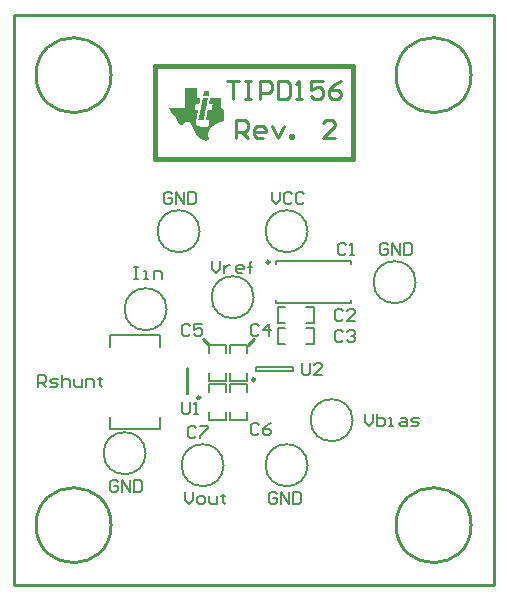
<source format=gto>
%FSLAX25Y25*%
%MOIN*%
G70*
G01*
G75*
G04 Layer_Color=65535*
%ADD10R,0.04134X0.01575*%
%ADD11R,0.03937X0.03740*%
%ADD12R,0.03740X0.03937*%
%ADD13O,0.02756X0.05118*%
%ADD14R,0.02756X0.05118*%
%ADD15R,0.10039X0.09055*%
%ADD16R,0.04488X0.05512*%
%ADD17R,0.07874X0.06496*%
%ADD18C,0.02000*%
%ADD19C,0.01500*%
%ADD20C,0.01000*%
%ADD21C,0.06000*%
%ADD22C,0.08700*%
%ADD23C,0.12500*%
%ADD24C,0.05000*%
%ADD25C,0.00799*%
%ADD26C,0.00984*%
%ADD27C,0.00787*%
%ADD28C,0.00700*%
%ADD29C,0.00800*%
G36*
X61194Y162470D02*
X62357D01*
Y162398D01*
X62285D01*
Y162034D01*
X62212D01*
Y161671D01*
X62139D01*
Y161307D01*
X62066D01*
Y160944D01*
X61994D01*
Y160580D01*
X61921D01*
Y160289D01*
X60685D01*
Y160071D01*
X60612D01*
Y159708D01*
X60540D01*
Y159344D01*
X60467D01*
Y158981D01*
X60394D01*
Y158617D01*
X60322D01*
Y158254D01*
X61485D01*
Y157963D01*
X61412D01*
Y157599D01*
X61339D01*
Y157236D01*
X61267D01*
Y156872D01*
X61194D01*
Y156509D01*
X61121D01*
Y156145D01*
X61049D01*
Y155782D01*
X60976D01*
Y155418D01*
X60903D01*
Y155055D01*
X60831D01*
Y154691D01*
X60758D01*
Y154328D01*
X60685D01*
Y153746D01*
X60758D01*
Y153528D01*
X60831D01*
Y153383D01*
X60903D01*
Y153310D01*
X60976D01*
Y153237D01*
X61049D01*
Y153165D01*
X61194D01*
Y153092D01*
X61339D01*
Y153019D01*
X61630D01*
Y152947D01*
X62066D01*
Y152874D01*
X64902D01*
Y153092D01*
X64974D01*
Y153455D01*
X65047D01*
Y153819D01*
X65120D01*
Y154183D01*
X65193D01*
Y154546D01*
X65265D01*
Y154910D01*
X65338D01*
Y155055D01*
X64393D01*
Y155128D01*
X64248D01*
Y155200D01*
X64175D01*
Y155855D01*
X64248D01*
Y156145D01*
X64320D01*
Y156509D01*
X64393D01*
Y156872D01*
X64465D01*
Y157236D01*
X64538D01*
Y157599D01*
X64611D01*
Y157963D01*
X64684D01*
Y158254D01*
X65992D01*
Y158617D01*
X66065D01*
Y158981D01*
X66138D01*
Y159344D01*
X66210D01*
Y159708D01*
X66283D01*
Y160071D01*
X66356D01*
Y160289D01*
X65120D01*
Y160507D01*
X65193D01*
Y160871D01*
X65265D01*
Y161234D01*
X65338D01*
Y161598D01*
X65411D01*
Y161961D01*
X65483D01*
Y162325D01*
X65556D01*
Y162470D01*
X69046D01*
Y159999D01*
X69118D01*
Y159635D01*
X69191D01*
Y159344D01*
X69264D01*
Y159199D01*
X69336D01*
Y159053D01*
X69409D01*
Y158908D01*
X69482D01*
Y158835D01*
X69555D01*
Y158690D01*
X69627D01*
Y158617D01*
X69700D01*
Y158545D01*
X69773D01*
Y158472D01*
X69845D01*
Y158399D01*
X69991D01*
Y158326D01*
X70064D01*
Y154764D01*
X69918D01*
Y154691D01*
X69700D01*
Y154619D01*
X69409D01*
Y154546D01*
X69191D01*
Y154473D01*
X68973D01*
Y154401D01*
X68755D01*
Y154328D01*
X68609D01*
Y154255D01*
X68391D01*
Y154183D01*
X68246D01*
Y154110D01*
X68101D01*
Y154037D01*
X67955D01*
Y153964D01*
X67810D01*
Y153892D01*
X67664D01*
Y153819D01*
X67519D01*
Y153746D01*
X67374D01*
Y153674D01*
X67301D01*
Y153601D01*
X67155D01*
Y153528D01*
X67010D01*
Y153455D01*
X66937D01*
Y153383D01*
X66865D01*
Y153310D01*
X66719D01*
Y153237D01*
X66647D01*
Y153165D01*
X66574D01*
Y153092D01*
X66428D01*
Y153019D01*
X66356D01*
Y152947D01*
X66283D01*
Y152874D01*
X66210D01*
Y152801D01*
X66138D01*
Y152728D01*
X66065D01*
Y152656D01*
X65992D01*
Y152583D01*
X65920D01*
Y152510D01*
X65847D01*
Y152438D01*
X65774D01*
Y152365D01*
X65701D01*
Y152292D01*
X65629D01*
Y152147D01*
X65556D01*
Y152074D01*
X65483D01*
Y152002D01*
X65411D01*
Y151856D01*
X65338D01*
Y151783D01*
X65265D01*
Y151638D01*
X65193D01*
Y151493D01*
X65120D01*
Y151347D01*
X65047D01*
Y151202D01*
X64974D01*
Y150984D01*
X64902D01*
Y150693D01*
X64829D01*
Y149602D01*
X64902D01*
Y149239D01*
X64974D01*
Y148948D01*
X65047D01*
Y148730D01*
X65120D01*
Y148585D01*
X65193D01*
Y148439D01*
X65047D01*
Y148366D01*
X64829D01*
Y148294D01*
X64465D01*
Y148221D01*
X63666D01*
Y148294D01*
X63302D01*
Y148366D01*
X63084D01*
Y148439D01*
X62866D01*
Y148512D01*
X62721D01*
Y148585D01*
X62575D01*
Y148657D01*
X62503D01*
Y148730D01*
X62357D01*
Y148803D01*
X62285D01*
Y148875D01*
X62139D01*
Y148948D01*
X62066D01*
Y149021D01*
X61994D01*
Y149093D01*
X61848D01*
Y149166D01*
X61776D01*
Y149239D01*
X61703D01*
Y149312D01*
X61630D01*
Y149384D01*
X61558D01*
Y149457D01*
X61485D01*
Y149530D01*
X61412D01*
Y149602D01*
X61339D01*
Y149748D01*
X61267D01*
Y149820D01*
X61194D01*
Y149893D01*
X61121D01*
Y149966D01*
X61049D01*
Y150111D01*
X60976D01*
Y150184D01*
X60903D01*
Y150329D01*
X60831D01*
Y150475D01*
X60758D01*
Y150548D01*
X60685D01*
Y150693D01*
X60612D01*
Y150838D01*
X60540D01*
Y150984D01*
X60467D01*
Y151129D01*
X60394D01*
Y151275D01*
X60322D01*
Y151420D01*
X60249D01*
Y151565D01*
X60176D01*
Y151711D01*
X60103D01*
Y151856D01*
X60031D01*
Y152002D01*
X59958D01*
Y152220D01*
X59886D01*
Y152365D01*
X59813D01*
Y152510D01*
X59740D01*
Y152656D01*
X59667D01*
Y152801D01*
X59595D01*
Y152947D01*
X59522D01*
Y153092D01*
X59449D01*
Y153237D01*
X59377D01*
Y153383D01*
X59304D01*
Y153528D01*
X59231D01*
Y153674D01*
X59158D01*
Y153746D01*
X59086D01*
Y153892D01*
X59013D01*
Y153964D01*
X58940D01*
Y154037D01*
X58868D01*
Y154110D01*
X58795D01*
Y154183D01*
X58722D01*
Y154255D01*
X58649D01*
Y154328D01*
X58577D01*
Y154401D01*
X58431D01*
Y154473D01*
X58141D01*
Y154546D01*
X57995D01*
Y154473D01*
X57632D01*
Y154401D01*
X57486D01*
Y154328D01*
X57341D01*
Y154255D01*
X57268D01*
Y154183D01*
X57196D01*
Y154110D01*
X57123D01*
Y154037D01*
X57050D01*
Y153964D01*
X56977D01*
Y153892D01*
X56905D01*
Y153819D01*
X56832D01*
Y153746D01*
X56759D01*
Y153674D01*
X56687D01*
Y153601D01*
X56614D01*
Y153528D01*
X56541D01*
Y153455D01*
X56396D01*
Y153383D01*
X55814D01*
Y153455D01*
X55596D01*
Y153528D01*
X55451D01*
Y153601D01*
X55378D01*
Y153674D01*
X55305D01*
Y153746D01*
X55160D01*
Y153892D01*
X55087D01*
Y153964D01*
X55014D01*
Y154037D01*
X54942D01*
Y154183D01*
X54869D01*
Y154328D01*
X54796D01*
Y154473D01*
X54724D01*
Y154619D01*
X54651D01*
Y154764D01*
X54578D01*
Y154910D01*
X54506D01*
Y155128D01*
X54433D01*
Y155273D01*
X54360D01*
Y155491D01*
X54287D01*
Y155637D01*
X54215D01*
Y155855D01*
X54142D01*
Y155927D01*
X54069D01*
Y156073D01*
X53997D01*
Y156145D01*
X53924D01*
Y156291D01*
X53851D01*
Y156363D01*
X53779D01*
Y156436D01*
X53706D01*
Y156509D01*
X53633D01*
Y156582D01*
X53561D01*
Y156654D01*
X53488D01*
Y156727D01*
X53415D01*
Y156800D01*
X53342D01*
Y156872D01*
X53270D01*
Y156945D01*
X53197D01*
Y157018D01*
X53052D01*
Y157090D01*
X52979D01*
Y157163D01*
X52906D01*
Y157236D01*
X52834D01*
Y157309D01*
X52761D01*
Y157381D01*
X52688D01*
Y157454D01*
X52615D01*
Y157527D01*
X52543D01*
Y157599D01*
X52470D01*
Y157745D01*
X52397D01*
Y157817D01*
X52325D01*
Y157963D01*
X52252D01*
Y158108D01*
X52179D01*
Y158254D01*
X52107D01*
Y158399D01*
X52034D01*
Y158690D01*
X51961D01*
Y159053D01*
X56977D01*
Y165814D01*
X61194D01*
Y162470D01*
D02*
G37*
G36*
X64829Y162325D02*
X64756D01*
Y161961D01*
X64684D01*
Y161598D01*
X64611D01*
Y161234D01*
X64538D01*
Y160871D01*
X64465D01*
Y160507D01*
X64393D01*
Y160144D01*
X64320D01*
Y159780D01*
X64248D01*
Y159417D01*
X64175D01*
Y159053D01*
X64102D01*
Y158690D01*
X64029D01*
Y158326D01*
X63957D01*
Y157963D01*
X63884D01*
Y157599D01*
X63811D01*
Y157236D01*
X63739D01*
Y156872D01*
X63666D01*
Y156509D01*
X63593D01*
Y156145D01*
X63520D01*
Y155782D01*
X63448D01*
Y155418D01*
X63375D01*
Y155055D01*
X61630D01*
Y155273D01*
X61703D01*
Y155637D01*
X61776D01*
Y156000D01*
X61848D01*
Y156363D01*
X61921D01*
Y156727D01*
X61994D01*
Y157090D01*
X62066D01*
Y157454D01*
X62139D01*
Y157817D01*
X62212D01*
Y158181D01*
X62285D01*
Y158545D01*
X62357D01*
Y158908D01*
X62430D01*
Y159272D01*
X62503D01*
Y159635D01*
X62575D01*
Y159999D01*
X62648D01*
Y160362D01*
X62721D01*
Y160725D01*
X62793D01*
Y161089D01*
X62866D01*
Y161452D01*
X62939D01*
Y161816D01*
X63011D01*
Y162180D01*
X63084D01*
Y162470D01*
X64829D01*
Y162325D01*
D02*
G37*
G36*
X65265Y164579D02*
X65193D01*
Y164215D01*
X65120D01*
Y163852D01*
X65047D01*
Y163488D01*
X64974D01*
Y163197D01*
X63230D01*
Y163343D01*
X63302D01*
Y163706D01*
X63375D01*
Y164070D01*
X63448D01*
Y164433D01*
X63520D01*
Y164797D01*
X63593D01*
Y164869D01*
X65265D01*
Y164579D01*
D02*
G37*
D19*
X47000Y142000D02*
Y173000D01*
Y142000D02*
X113000D01*
Y173000D01*
X47000D02*
X113000D01*
D20*
X152500Y20000D02*
G03*
X152500Y20000I-12500J0D01*
G01*
X32500D02*
G03*
X32500Y20000I-12500J0D01*
G01*
X152500Y170000D02*
G03*
X152500Y170000I-12500J0D01*
G01*
X32500D02*
G03*
X32500Y170000I-12500J0D01*
G01*
X0Y190000D02*
X160000D01*
Y0D02*
Y190000D01*
X0Y0D02*
X160000D01*
X0D02*
Y190000D01*
X63000Y82000D02*
X65000Y80000D01*
X78000D02*
X80000Y82000D01*
X71000Y167998D02*
X74999D01*
X72999D01*
Y162000D01*
X76998Y167998D02*
X78997D01*
X77998D01*
Y162000D01*
X76998D01*
X78997D01*
X81996D02*
Y167998D01*
X84996D01*
X85995Y166998D01*
Y164999D01*
X84996Y163999D01*
X81996D01*
X87994Y167998D02*
Y162000D01*
X90993D01*
X91993Y163000D01*
Y166998D01*
X90993Y167998D01*
X87994D01*
X93993Y162000D02*
X95992D01*
X94992D01*
Y167998D01*
X93993Y166998D01*
X102990Y167998D02*
X98991D01*
Y164999D01*
X100990Y165999D01*
X101990D01*
X102990Y164999D01*
Y163000D01*
X101990Y162000D01*
X99991D01*
X98991Y163000D01*
X108988Y167998D02*
X106988Y166998D01*
X104989Y164999D01*
Y163000D01*
X105989Y162000D01*
X107988D01*
X108988Y163000D01*
Y163999D01*
X107988Y164999D01*
X104989D01*
X74000Y149000D02*
Y154998D01*
X76999D01*
X77999Y153998D01*
Y151999D01*
X76999Y150999D01*
X74000D01*
X75999D02*
X77999Y149000D01*
X82997D02*
X80998D01*
X79998Y150000D01*
Y151999D01*
X80998Y152999D01*
X82997D01*
X83997Y151999D01*
Y150999D01*
X79998D01*
X85996Y152999D02*
X87995Y149000D01*
X89995Y152999D01*
X91994Y149000D02*
Y150000D01*
X92994D01*
Y149000D01*
X91994D01*
X106989D02*
X102991D01*
X106989Y152999D01*
Y153998D01*
X105990Y154998D01*
X103990D01*
X102991Y153998D01*
D25*
X51000Y92000D02*
G03*
X51000Y92000I-7000J0D01*
G01*
X113000Y55000D02*
G03*
X113000Y55000I-7000J0D01*
G01*
X134000Y101000D02*
G03*
X134000Y101000I-7000J0D01*
G01*
X98000Y40000D02*
G03*
X98000Y40000I-7000J0D01*
G01*
X62000Y118000D02*
G03*
X62000Y118000I-7000J0D01*
G01*
X44000Y44000D02*
G03*
X44000Y44000I-7000J0D01*
G01*
X98000Y118000D02*
G03*
X98000Y118000I-7000J0D01*
G01*
X80000Y96000D02*
G03*
X80000Y96000I-7000J0D01*
G01*
X70000Y40000D02*
G03*
X70000Y40000I-7000J0D01*
G01*
D26*
X62232Y62488D02*
G03*
X62232Y62488I-492J0D01*
G01*
X80492Y68508D02*
G03*
X80492Y68508I-492J0D01*
G01*
X85378Y107693D02*
G03*
X85378Y107693I-492J0D01*
G01*
D27*
X57803Y63669D02*
X58197D01*
X57803Y72331D02*
X58197D01*
Y63669D02*
Y72331D01*
X57803Y63669D02*
Y72331D01*
X80898Y72591D02*
X93102D01*
X80898Y71409D02*
X93102D01*
Y72591D01*
X80898Y71409D02*
Y72591D01*
D28*
X97400Y92727D02*
X99998D01*
Y87280D02*
Y92727D01*
X97400Y87280D02*
X99998D01*
X88002D02*
X90600D01*
X88002D02*
Y92727D01*
X90600D01*
X65273Y77400D02*
Y79998D01*
X70720D01*
Y77400D02*
Y79998D01*
Y68002D02*
Y70600D01*
X65273Y68002D02*
X70720D01*
X65273D02*
Y70600D01*
X72273Y77400D02*
Y79998D01*
X77720D01*
Y77400D02*
Y79998D01*
Y68002D02*
Y70600D01*
X72273Y68002D02*
X77720D01*
X72273D02*
Y70600D01*
X87402Y107890D02*
X112598D01*
X87402Y94110D02*
X112598D01*
X87402Y107059D02*
Y107890D01*
X112598Y107059D02*
Y107890D01*
X87402Y94110D02*
Y94941D01*
X112598Y94110D02*
Y94941D01*
X97400Y85727D02*
X99998D01*
Y80280D02*
Y85727D01*
X97400Y80280D02*
X99998D01*
X88002D02*
X90600D01*
X88002D02*
Y85727D01*
X90600D01*
X77727Y64400D02*
Y66998D01*
X72280D02*
X77727D01*
X72280Y64400D02*
Y66998D01*
Y55002D02*
Y57600D01*
Y55002D02*
X77727D01*
Y57600D01*
X70727Y64400D02*
Y66998D01*
X65280D02*
X70727D01*
X65280Y64400D02*
Y66998D01*
Y55002D02*
Y57600D01*
Y55002D02*
X70727D01*
Y57600D01*
X40000Y105999D02*
X41333D01*
X40666D01*
Y102000D01*
X40000D01*
X41333D01*
X43332D02*
X44665D01*
X43999D01*
Y104666D01*
X43332D01*
X46665Y102000D02*
Y104666D01*
X48664D01*
X49330Y103999D01*
Y102000D01*
X124666Y113332D02*
X123999Y113999D01*
X122667D01*
X122000Y113332D01*
Y110667D01*
X122667Y110000D01*
X123999D01*
X124666Y110667D01*
Y111999D01*
X123333D01*
X125999Y110000D02*
Y113999D01*
X128665Y110000D01*
Y113999D01*
X129997D02*
Y110000D01*
X131997D01*
X132663Y110667D01*
Y113332D01*
X131997Y113999D01*
X129997D01*
X96000Y73999D02*
Y70666D01*
X96666Y70000D01*
X97999D01*
X98666Y70666D01*
Y73999D01*
X102664Y70000D02*
X99999D01*
X102664Y72666D01*
Y73332D01*
X101998Y73999D01*
X100665D01*
X99999Y73332D01*
X56000Y60999D02*
Y57666D01*
X56666Y57000D01*
X57999D01*
X58666Y57666D01*
Y60999D01*
X59999Y57000D02*
X61332D01*
X60665D01*
Y60999D01*
X59999Y60332D01*
X34666Y34332D02*
X33999Y34999D01*
X32666D01*
X32000Y34332D01*
Y31666D01*
X32666Y31000D01*
X33999D01*
X34666Y31666D01*
Y32999D01*
X33333D01*
X35999Y31000D02*
Y34999D01*
X38664Y31000D01*
Y34999D01*
X39997D02*
Y31000D01*
X41997D01*
X42663Y31666D01*
Y34332D01*
X41997Y34999D01*
X39997D01*
X52666Y130332D02*
X51999Y130999D01*
X50666D01*
X50000Y130332D01*
Y127666D01*
X50666Y127000D01*
X51999D01*
X52666Y127666D01*
Y128999D01*
X51333D01*
X53999Y127000D02*
Y130999D01*
X56665Y127000D01*
Y130999D01*
X57997D02*
Y127000D01*
X59997D01*
X60663Y127666D01*
Y130332D01*
X59997Y130999D01*
X57997D01*
X58666Y86332D02*
X57999Y86999D01*
X56666D01*
X56000Y86332D01*
Y83666D01*
X56666Y83000D01*
X57999D01*
X58666Y83666D01*
X62665Y86999D02*
X59999D01*
Y84999D01*
X61332Y85666D01*
X61998D01*
X62665Y84999D01*
Y83666D01*
X61998Y83000D01*
X60665D01*
X59999Y83666D01*
X81666Y86332D02*
X80999Y86999D01*
X79666D01*
X79000Y86332D01*
Y83666D01*
X79666Y83000D01*
X80999D01*
X81666Y83666D01*
X84998Y83000D02*
Y86999D01*
X82999Y84999D01*
X85664D01*
X109666Y91332D02*
X108999Y91999D01*
X107667D01*
X107000Y91332D01*
Y88666D01*
X107667Y88000D01*
X108999D01*
X109666Y88666D01*
X113664Y88000D02*
X110999D01*
X113664Y90666D01*
Y91332D01*
X112998Y91999D01*
X111665D01*
X110999Y91332D01*
X87666Y30332D02*
X86999Y30999D01*
X85666D01*
X85000Y30332D01*
Y27666D01*
X85666Y27000D01*
X86999D01*
X87666Y27666D01*
Y28999D01*
X86333D01*
X88999Y27000D02*
Y30999D01*
X91664Y27000D01*
Y30999D01*
X92997D02*
Y27000D01*
X94997D01*
X95663Y27666D01*
Y30332D01*
X94997Y30999D01*
X92997D01*
X86000Y130999D02*
Y128333D01*
X87333Y127000D01*
X88666Y128333D01*
Y130999D01*
X92664Y130332D02*
X91998Y130999D01*
X90665D01*
X89999Y130332D01*
Y127666D01*
X90665Y127000D01*
X91998D01*
X92664Y127666D01*
X96663Y130332D02*
X95997Y130999D01*
X94664D01*
X93997Y130332D01*
Y127666D01*
X94664Y127000D01*
X95997D01*
X96663Y127666D01*
X110666Y113332D02*
X109999Y113999D01*
X108667D01*
X108000Y113332D01*
Y110667D01*
X108667Y110000D01*
X109999D01*
X110666Y110667D01*
X111999Y110000D02*
X113332D01*
X112665D01*
Y113999D01*
X111999Y113332D01*
X66000Y107999D02*
Y105333D01*
X67333Y104000D01*
X68666Y105333D01*
Y107999D01*
X69999Y106666D02*
Y104000D01*
Y105333D01*
X70665Y105999D01*
X71332Y106666D01*
X71998D01*
X75997Y104000D02*
X74664D01*
X73997Y104666D01*
Y105999D01*
X74664Y106666D01*
X75997D01*
X76663Y105999D01*
Y105333D01*
X73997D01*
X78663Y104000D02*
Y107332D01*
Y105999D01*
X77996D01*
X79329D01*
X78663D01*
Y107332D01*
X79329Y107999D01*
X109666Y84332D02*
X108999Y84999D01*
X107667D01*
X107000Y84332D01*
Y81666D01*
X107667Y81000D01*
X108999D01*
X109666Y81666D01*
X110999Y84332D02*
X111665Y84999D01*
X112998D01*
X113664Y84332D01*
Y83666D01*
X112998Y82999D01*
X112332D01*
X112998D01*
X113664Y82333D01*
Y81666D01*
X112998Y81000D01*
X111665D01*
X110999Y81666D01*
X57000Y30999D02*
Y28333D01*
X58333Y27000D01*
X59666Y28333D01*
Y30999D01*
X61665Y27000D02*
X62998D01*
X63665Y27666D01*
Y28999D01*
X62998Y29666D01*
X61665D01*
X60999Y28999D01*
Y27666D01*
X61665Y27000D01*
X64997Y29666D02*
Y27666D01*
X65664Y27000D01*
X67663D01*
Y29666D01*
X69663Y30332D02*
Y29666D01*
X68996D01*
X70329D01*
X69663D01*
Y27666D01*
X70329Y27000D01*
X117000Y56999D02*
Y54333D01*
X118333Y53000D01*
X119666Y54333D01*
Y56999D01*
X120999D02*
Y53000D01*
X122998D01*
X123664Y53666D01*
Y54333D01*
Y54999D01*
X122998Y55666D01*
X120999D01*
X124997Y53000D02*
X126330D01*
X125664D01*
Y55666D01*
X124997D01*
X128996D02*
X130329D01*
X130996Y54999D01*
Y53000D01*
X128996D01*
X128330Y53666D01*
X128996Y54333D01*
X130996D01*
X132328Y53000D02*
X134328D01*
X134994Y53666D01*
X134328Y54333D01*
X132995D01*
X132328Y54999D01*
X132995Y55666D01*
X134994D01*
X8000Y66000D02*
Y69999D01*
X9999D01*
X10666Y69332D01*
Y67999D01*
X9999Y67333D01*
X8000D01*
X9333D02*
X10666Y66000D01*
X11999D02*
X13998D01*
X14664Y66666D01*
X13998Y67333D01*
X12665D01*
X11999Y67999D01*
X12665Y68666D01*
X14664D01*
X15997Y69999D02*
Y66000D01*
Y67999D01*
X16664Y68666D01*
X17997D01*
X18663Y67999D01*
Y66000D01*
X19996Y68666D02*
Y66666D01*
X20663Y66000D01*
X22662D01*
Y68666D01*
X23995Y66000D02*
Y68666D01*
X25994D01*
X26661Y67999D01*
Y66000D01*
X28660Y69332D02*
Y68666D01*
X27994D01*
X29326D01*
X28660D01*
Y66666D01*
X29326Y66000D01*
X81666Y53332D02*
X80999Y53999D01*
X79666D01*
X79000Y53332D01*
Y50666D01*
X79666Y50000D01*
X80999D01*
X81666Y50666D01*
X85664Y53999D02*
X84332Y53332D01*
X82999Y51999D01*
Y50666D01*
X83665Y50000D01*
X84998D01*
X85664Y50666D01*
Y51333D01*
X84998Y51999D01*
X82999D01*
X60666Y52332D02*
X59999Y52999D01*
X58666D01*
X58000Y52332D01*
Y49666D01*
X58666Y49000D01*
X59999D01*
X60666Y49666D01*
X61999Y52999D02*
X64665D01*
Y52332D01*
X61999Y49666D01*
Y49000D01*
D29*
X32205Y52165D02*
Y56159D01*
X32194Y52155D02*
X32205Y52144D01*
X48945D01*
Y56026D01*
X32211Y79417D02*
Y83403D01*
X48900D01*
X48936Y79405D02*
Y83259D01*
M02*

</source>
